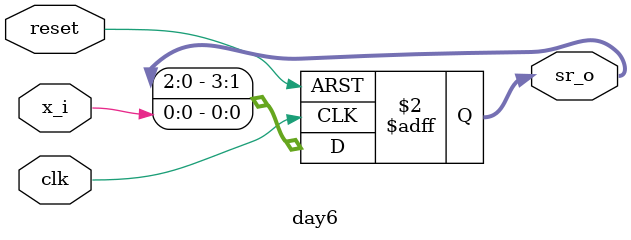
<source format=sv>
module day6(
  input     wire        clk,
  input     wire        reset,
  input     wire        x_i,      // Serial input

  output    reg [3:0]   sr_o
);

  // Write your logic here...

  always_ff @(posedge clk or posedge reset) begin
    if(reset)
      sr_o <= 4'b0;
    else
      sr_o <= {sr_o[2:0],x_i};
    end
endmodule
</source>
